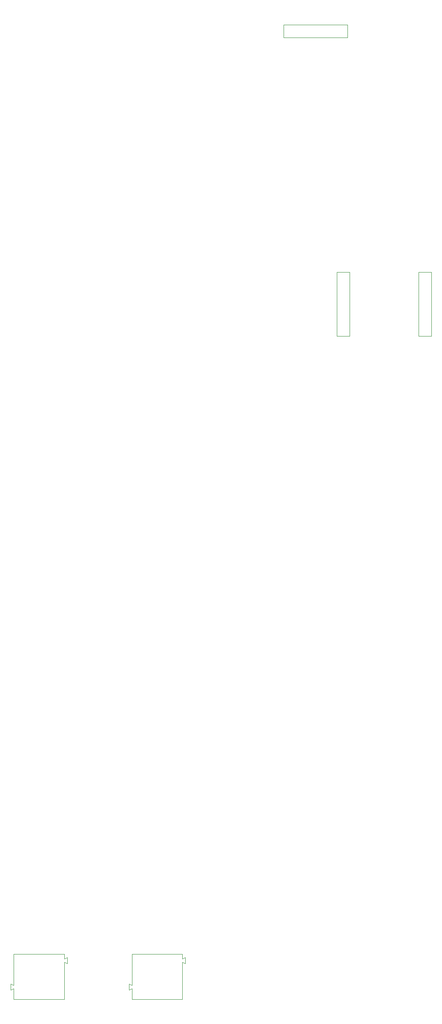
<source format=gbr>
%TF.GenerationSoftware,Altium Limited,Altium Designer,21.6.4 (81)*%
G04 Layer_Color=32896*
%FSLAX43Y43*%
%MOMM*%
%TF.SameCoordinates,A962B9D3-E780-4B03-8A10-E236CC36F35F*%
%TF.FilePolarity,Positive*%
%TF.FileFunction,Other,Top_Component_Outline*%
%TF.Part,Single*%
G01*
G75*
%TA.AperFunction,NonConductor*%
%ADD185C,0.100*%
D185*
X156525Y9850D02*
X157125Y9600D01*
Y10800D01*
X156525Y10550D02*
X157125Y10800D01*
X145925Y5600D02*
X146525Y5350D01*
X145925Y4400D02*
X146525Y4650D01*
X145925Y4400D02*
Y5600D01*
X146525Y5350D02*
Y11500D01*
Y2500D02*
Y4650D01*
Y2500D02*
X156525D01*
X146525Y11500D02*
X156525D01*
Y10550D02*
Y11500D01*
Y2500D02*
Y9850D01*
X133000Y9850D02*
X133600Y9600D01*
Y10800D01*
X133000Y10550D02*
X133600Y10800D01*
X122400Y5600D02*
X123000Y5350D01*
X122400Y4400D02*
X123000Y4650D01*
X122400Y4400D02*
Y5600D01*
X123000Y5350D02*
Y11500D01*
Y2500D02*
Y4650D01*
Y2500D02*
X133000D01*
X123000Y11500D02*
X133000D01*
Y10550D02*
Y11500D01*
Y2500D02*
Y9850D01*
X206040Y134175D02*
Y146875D01*
X203500Y134175D02*
Y146875D01*
X206040D01*
X203500Y134175D02*
X206040D01*
X176645Y193472D02*
X189345D01*
X176645Y196012D02*
X189345D01*
Y193472D02*
Y196012D01*
X176645Y193472D02*
Y196012D01*
X187225Y134165D02*
X189765D01*
X187225Y146865D02*
X189765D01*
X187225Y134165D02*
Y146865D01*
X189765Y134165D02*
Y146865D01*
%TF.MD5,be2fb5e22015347c6c46cd9b7a6c23bc*%
M02*

</source>
